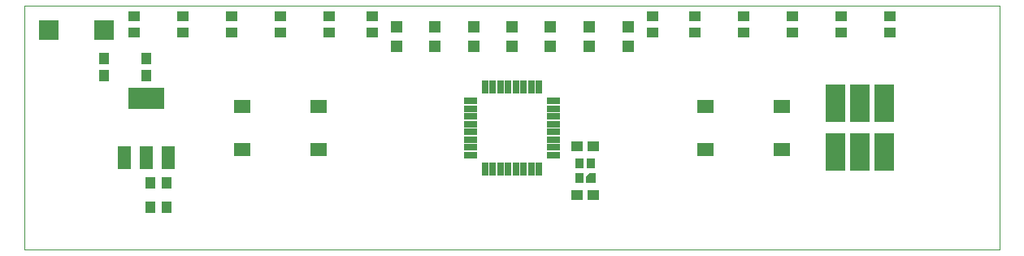
<source format=gbs>
G75*
G70*
%OFA0B0*%
%FSLAX24Y24*%
%IPPOS*%
%LPD*%
%AMOC8*
5,1,8,0,0,1.08239X$1,22.5*
%
%ADD10C,0.0000*%
%ADD11R,0.0473X0.0434*%
%ADD12R,0.0512X0.0512*%
%ADD13R,0.0540X0.0260*%
%ADD14R,0.0260X0.0540*%
%ADD15R,0.0374X0.0413*%
%ADD16C,0.0020*%
%ADD17R,0.0827X0.0827*%
%ADD18R,0.0790X0.1540*%
%ADD19R,0.0650X0.0552*%
%ADD20R,0.0520X0.0920*%
%ADD21R,0.1457X0.0906*%
%ADD22R,0.0434X0.0473*%
D10*
X000150Y000175D02*
X000150Y010175D01*
X040150Y010175D01*
X040150Y000175D01*
X000150Y000175D01*
D11*
X022815Y002425D03*
X023485Y002425D03*
X023485Y004425D03*
X022815Y004425D03*
X025900Y009090D03*
X027650Y009090D03*
X029650Y009090D03*
X031650Y009090D03*
X033650Y009090D03*
X035650Y009090D03*
X035650Y009760D03*
X033650Y009760D03*
X031650Y009760D03*
X029650Y009760D03*
X027650Y009760D03*
X025900Y009760D03*
X014400Y009760D03*
X012650Y009760D03*
X010650Y009760D03*
X008650Y009760D03*
X006650Y009760D03*
X004650Y009760D03*
X004650Y009090D03*
X006650Y009090D03*
X008650Y009090D03*
X010650Y009090D03*
X012650Y009090D03*
X014400Y009090D03*
D12*
X015400Y009338D03*
X016983Y009338D03*
X018567Y009338D03*
X020150Y009338D03*
X021733Y009338D03*
X023317Y009338D03*
X024900Y009338D03*
X024900Y008512D03*
X023317Y008512D03*
X021733Y008512D03*
X020150Y008512D03*
X018567Y008512D03*
X016983Y008512D03*
X015400Y008512D03*
D13*
X018460Y006277D03*
X018460Y005962D03*
X018460Y005647D03*
X018460Y005332D03*
X018460Y005018D03*
X018460Y004703D03*
X018460Y004388D03*
X018460Y004073D03*
X021840Y004073D03*
X021840Y004388D03*
X021840Y004703D03*
X021840Y005018D03*
X021840Y005332D03*
X021840Y005647D03*
X021840Y005962D03*
X021840Y006277D03*
D14*
X021252Y006865D03*
X020937Y006865D03*
X020622Y006865D03*
X020307Y006865D03*
X019993Y006865D03*
X019678Y006865D03*
X019363Y006865D03*
X019048Y006865D03*
X019048Y003485D03*
X019363Y003485D03*
X019678Y003485D03*
X019993Y003485D03*
X020307Y003485D03*
X020622Y003485D03*
X020937Y003485D03*
X021252Y003485D03*
D15*
X022924Y003710D03*
X023376Y003710D03*
X022924Y003140D03*
D16*
X023199Y003135D02*
X023554Y003135D01*
X023554Y003117D02*
X023199Y003117D01*
X023199Y003098D02*
X023554Y003098D01*
X023554Y003080D02*
X023199Y003080D01*
X023199Y003061D02*
X023554Y003061D01*
X023554Y003043D02*
X023199Y003043D01*
X023199Y003024D02*
X023554Y003024D01*
X023554Y003006D02*
X023199Y003006D01*
X023199Y002987D02*
X023554Y002987D01*
X023554Y002969D02*
X023199Y002969D01*
X023199Y002950D02*
X023554Y002950D01*
X023554Y002943D02*
X023554Y003336D01*
X023327Y003336D01*
X023199Y003208D01*
X023199Y002943D01*
X023554Y002943D01*
X023554Y003154D02*
X023199Y003154D01*
X023199Y003172D02*
X023554Y003172D01*
X023554Y003191D02*
X023199Y003191D01*
X023200Y003209D02*
X023554Y003209D01*
X023554Y003228D02*
X023218Y003228D01*
X023237Y003246D02*
X023554Y003246D01*
X023554Y003265D02*
X023255Y003265D01*
X023274Y003283D02*
X023554Y003283D01*
X023554Y003302D02*
X023292Y003302D01*
X023311Y003320D02*
X023554Y003320D01*
D17*
X003400Y009175D03*
X001150Y009175D03*
D18*
X033400Y006175D03*
X034400Y006175D03*
X035400Y006175D03*
X035400Y004175D03*
X034400Y004175D03*
X033400Y004175D03*
D19*
X031215Y004289D03*
X028085Y004289D03*
X028085Y006061D03*
X031215Y006061D03*
X012215Y006061D03*
X009085Y006061D03*
X009085Y004289D03*
X012215Y004289D03*
D20*
X006060Y003955D03*
X005150Y003955D03*
X004240Y003955D03*
D21*
X005150Y006395D03*
D22*
X005150Y007340D03*
X003400Y007340D03*
X003400Y008010D03*
X005150Y008010D03*
X005315Y002925D03*
X005985Y002925D03*
X005985Y001925D03*
X005315Y001925D03*
M02*

</source>
